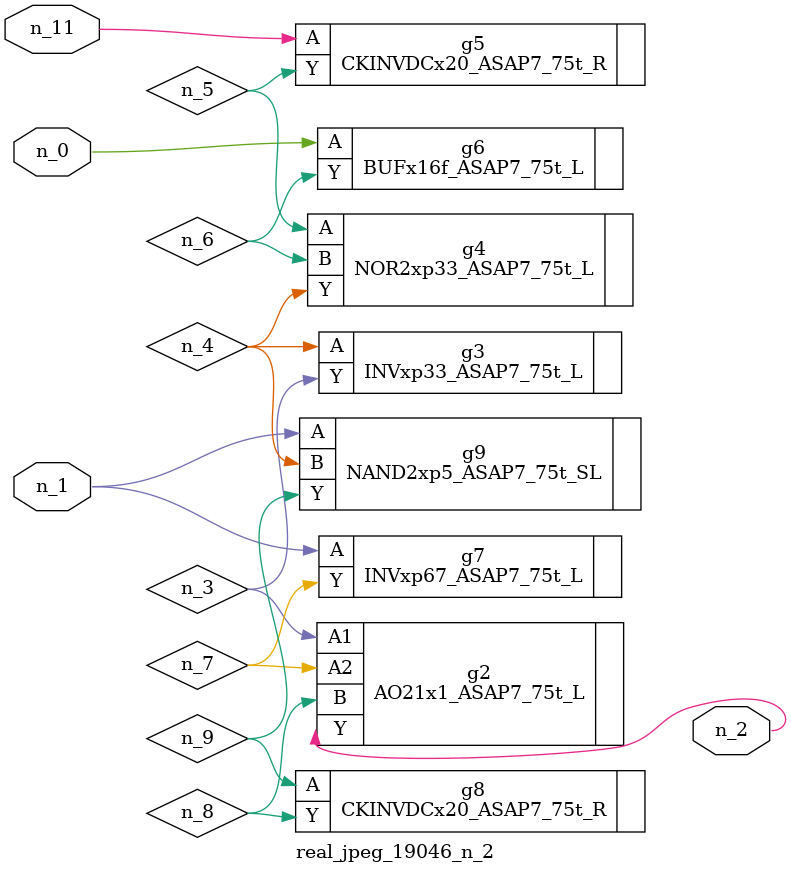
<source format=v>
module real_jpeg_19046_n_2 (n_1, n_11, n_0, n_2);

input n_1;
input n_11;
input n_0;

output n_2;

wire n_5;
wire n_4;
wire n_8;
wire n_6;
wire n_7;
wire n_3;
wire n_9;

BUFx16f_ASAP7_75t_L g6 ( 
.A(n_0),
.Y(n_6)
);

INVxp67_ASAP7_75t_L g7 ( 
.A(n_1),
.Y(n_7)
);

NAND2xp5_ASAP7_75t_SL g9 ( 
.A(n_1),
.B(n_4),
.Y(n_9)
);

AO21x1_ASAP7_75t_L g2 ( 
.A1(n_3),
.A2(n_7),
.B(n_8),
.Y(n_2)
);

INVxp33_ASAP7_75t_L g3 ( 
.A(n_4),
.Y(n_3)
);

NOR2xp33_ASAP7_75t_L g4 ( 
.A(n_5),
.B(n_6),
.Y(n_4)
);

CKINVDCx20_ASAP7_75t_R g8 ( 
.A(n_9),
.Y(n_8)
);

CKINVDCx20_ASAP7_75t_R g5 ( 
.A(n_11),
.Y(n_5)
);


endmodule
</source>
